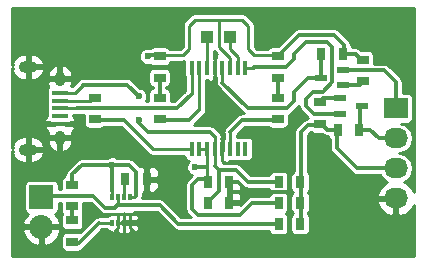
<source format=gbr>
G04 #@! TF.FileFunction,Copper,L1,Top,Signal*
%FSLAX46Y46*%
G04 Gerber Fmt 4.6, Leading zero omitted, Abs format (unit mm)*
G04 Created by KiCad (PCBNEW 4.0.2+dfsg1-2~bpo8+1-stable) date Sun 28 Aug 2016 03:00:28 PM EEST*
%MOMM*%
G01*
G04 APERTURE LIST*
%ADD10C,0.100000*%
%ADD11R,0.400000X1.200000*%
%ADD12R,0.300000X0.600000*%
%ADD13R,0.800000X1.000000*%
%ADD14R,2.032000X2.032000*%
%ADD15O,2.032000X2.032000*%
%ADD16R,1.350000X0.400000*%
%ADD17O,0.950000X1.250000*%
%ADD18O,1.550000X1.000000*%
%ADD19R,1.000760X0.599440*%
%ADD20R,1.000000X0.800000*%
%ADD21R,2.032000X1.727200*%
%ADD22O,2.032000X1.727200*%
%ADD23R,1.000000X1.000000*%
%ADD24C,0.600000*%
%ADD25C,0.300000*%
%ADD26C,0.250000*%
%ADD27C,0.254000*%
G04 APERTURE END LIST*
D10*
D11*
X139475000Y-115150000D03*
X138825000Y-115150000D03*
X138175000Y-115150000D03*
X137525000Y-115150000D03*
X136875000Y-115150000D03*
X136225000Y-115150000D03*
X135575000Y-115150000D03*
X134925000Y-115150000D03*
X134925000Y-122050000D03*
X135575000Y-122050000D03*
X136225000Y-122050000D03*
X136875000Y-122050000D03*
X137525000Y-122050000D03*
X138175000Y-122050000D03*
X138825000Y-122050000D03*
X139475000Y-122050000D03*
D12*
X129700000Y-126100000D03*
X129200000Y-126100000D03*
X128700000Y-126100000D03*
X128200000Y-126100000D03*
X128200000Y-128300000D03*
X128700000Y-128300000D03*
X129200000Y-128300000D03*
X129700000Y-128300000D03*
D13*
X136300000Y-126600000D03*
X138100000Y-126600000D03*
D14*
X122200000Y-126100000D03*
D15*
X122200000Y-128640000D03*
D16*
X123762540Y-117299100D03*
X123762540Y-117949100D03*
X123762540Y-118599100D03*
X123762540Y-119249100D03*
X123762540Y-119899100D03*
D17*
X123762540Y-116099100D03*
X123762540Y-121099100D03*
D18*
X121062540Y-115099100D03*
X121062540Y-122099100D03*
D19*
X147749960Y-115349760D03*
X147749960Y-116650240D03*
X145850040Y-116000000D03*
D13*
X129300000Y-124600000D03*
X131100000Y-124600000D03*
D20*
X149400000Y-116300000D03*
X149400000Y-114500000D03*
D13*
X147700000Y-114000000D03*
X145900000Y-114000000D03*
D19*
X147450040Y-119050240D03*
X147450040Y-117749760D03*
X149349960Y-118400000D03*
D20*
X145800000Y-118100000D03*
X145800000Y-119900000D03*
D13*
X147300000Y-120400000D03*
X149100000Y-120400000D03*
X144100000Y-124850000D03*
X142300000Y-124850000D03*
X144100000Y-128400000D03*
X142300000Y-128400000D03*
X144100000Y-126600000D03*
X142300000Y-126600000D03*
X138100000Y-124850000D03*
X136300000Y-124850000D03*
D20*
X124800000Y-129900000D03*
X124800000Y-128100000D03*
X142200000Y-119500000D03*
X142200000Y-117700000D03*
X132200000Y-119500000D03*
X132200000Y-117700000D03*
D21*
X152200000Y-118600000D03*
D22*
X152200000Y-121140000D03*
X152200000Y-123680000D03*
X152200000Y-126220000D03*
D23*
X138200000Y-112600000D03*
X136200000Y-112600000D03*
D20*
X124800000Y-126900000D03*
X124800000Y-125100000D03*
X142200000Y-116000000D03*
X142200000Y-114200000D03*
X132200000Y-116000000D03*
X132200000Y-114200000D03*
X126700000Y-117700000D03*
X126700000Y-119500000D03*
D24*
X128200000Y-123400000D03*
X130450000Y-117600000D03*
X130450000Y-119600000D03*
X135200000Y-123600000D03*
X131200000Y-114200000D03*
D25*
X124800000Y-125000000D02*
X124800000Y-124200000D01*
X125600000Y-123400000D02*
X128200000Y-123400000D01*
X124800000Y-124200000D02*
X125600000Y-123400000D01*
D26*
X129700000Y-126100000D02*
X130100000Y-126100000D01*
D25*
X129600000Y-123400000D02*
X128200000Y-123400000D01*
X130200000Y-124000000D02*
X129600000Y-123400000D01*
X130200000Y-126000000D02*
X130200000Y-124000000D01*
X130100000Y-126100000D02*
X130200000Y-126000000D01*
D26*
X128200000Y-126100000D02*
X128200000Y-125600000D01*
D25*
X128200000Y-125600000D02*
X128200000Y-123400000D01*
X137200000Y-123850000D02*
X138700000Y-123850000D01*
X139700000Y-124850000D02*
X142200000Y-124850000D01*
X138700000Y-123850000D02*
X139700000Y-124850000D01*
D26*
X136875000Y-122050000D02*
X136875000Y-123525000D01*
D25*
X137200000Y-125600000D02*
X136200000Y-126600000D01*
X137200000Y-123850000D02*
X137200000Y-125600000D01*
X136875000Y-123525000D02*
X137200000Y-123850000D01*
X130450000Y-119600000D02*
X130450000Y-119850000D01*
X130450000Y-119850000D02*
X131200000Y-120600000D01*
D26*
X136875000Y-122050000D02*
X136875000Y-121025000D01*
X125000900Y-117299100D02*
X123762540Y-117299100D01*
X125700000Y-116600000D02*
X125000900Y-117299100D01*
D25*
X129450000Y-116600000D02*
X125700000Y-116600000D01*
X130450000Y-117600000D02*
X129450000Y-116600000D01*
X136450000Y-120600000D02*
X131200000Y-120600000D01*
X136875000Y-121025000D02*
X136450000Y-120600000D01*
D26*
X123762540Y-119899100D02*
X125399100Y-119899100D01*
X125399100Y-119899100D02*
X125450000Y-119950000D01*
X123762540Y-119899100D02*
X122224100Y-119899100D01*
X122224100Y-119899100D02*
X122125000Y-119800000D01*
X129700000Y-128300000D02*
X129700000Y-128775000D01*
X129700000Y-128775000D02*
X130175000Y-129250000D01*
X129200000Y-128300000D02*
X129200000Y-129225000D01*
X128700000Y-128300000D02*
X128700000Y-128725000D01*
X128700000Y-128725000D02*
X128350000Y-129075000D01*
X129200000Y-128300000D02*
X129700000Y-128300000D01*
X128700000Y-128300000D02*
X129200000Y-128300000D01*
X129675000Y-127550000D02*
X130525000Y-127550000D01*
X130525000Y-127550000D02*
X130575000Y-127500000D01*
X129200000Y-127550000D02*
X129675000Y-127550000D01*
X129700000Y-127525000D02*
X129700000Y-128300000D01*
X129675000Y-127550000D02*
X129700000Y-127525000D01*
X128700000Y-127550000D02*
X129200000Y-127550000D01*
X129200000Y-127550000D02*
X129150000Y-127550000D01*
X129150000Y-127550000D02*
X129200000Y-127500000D01*
X129200000Y-127500000D02*
X129200000Y-128300000D01*
X128700000Y-127550000D02*
X127175000Y-127550000D01*
X128700000Y-128300000D02*
X128700000Y-127550000D01*
X127175000Y-127550000D02*
X127175000Y-127525000D01*
D25*
X138200000Y-124850000D02*
X138875000Y-124850000D01*
X139525000Y-125500000D02*
X139525000Y-125725000D01*
X138875000Y-124850000D02*
X139525000Y-125500000D01*
X143200000Y-129150000D02*
X143200000Y-129550000D01*
X143200000Y-129550000D02*
X143150000Y-129600000D01*
X143200000Y-125725000D02*
X139525000Y-125725000D01*
X139525000Y-125725000D02*
X138350000Y-125725000D01*
X138350000Y-125725000D02*
X138200000Y-125575000D01*
X138200000Y-125575000D02*
X138200000Y-125750000D01*
X138200000Y-126600000D02*
X138200000Y-125750000D01*
X138200000Y-125750000D02*
X138200000Y-124850000D01*
X139400000Y-123550000D02*
X142750000Y-123550000D01*
D26*
X137525000Y-123099998D02*
X137675002Y-123250000D01*
X137675002Y-123250000D02*
X139100000Y-123250000D01*
X139100000Y-123250000D02*
X139400000Y-123550000D01*
X137525000Y-122050000D02*
X137525000Y-123099998D01*
D25*
X143200000Y-124000000D02*
X143200000Y-125725000D01*
X143200000Y-125725000D02*
X143200000Y-129150000D01*
X143200000Y-129150000D02*
X143200000Y-129200000D01*
X142750000Y-123550000D02*
X143200000Y-124000000D01*
D26*
X137525000Y-122050000D02*
X137525000Y-119175000D01*
X136875000Y-118525000D02*
X136875000Y-115150000D01*
X137525000Y-119175000D02*
X136875000Y-118525000D01*
D25*
X152200000Y-121140000D02*
X150740000Y-121140000D01*
X150000000Y-120400000D02*
X149200000Y-120400000D01*
X150740000Y-121140000D02*
X150000000Y-120400000D01*
X149200000Y-120400000D02*
X149200000Y-118549960D01*
X149200000Y-118549960D02*
X149349960Y-118400000D01*
X147749960Y-115349760D02*
X148699760Y-115349760D01*
X152200000Y-116400000D02*
X152200000Y-118600000D01*
X151200000Y-115400000D02*
X152200000Y-116400000D01*
X148750000Y-115400000D02*
X151200000Y-115400000D01*
X148699760Y-115349760D02*
X148750000Y-115400000D01*
D26*
X128200000Y-128300000D02*
X127100000Y-128300000D01*
D25*
X125400000Y-130000000D02*
X124800000Y-130000000D01*
X125800000Y-129600000D02*
X125400000Y-130000000D01*
X127100000Y-128300000D02*
X125800000Y-129600000D01*
D26*
X129200000Y-126100000D02*
X129200000Y-124600000D01*
D25*
X139400000Y-128400000D02*
X142200000Y-128400000D01*
X132200000Y-126800000D02*
X128600000Y-126800000D01*
X133800000Y-128400000D02*
X132200000Y-126800000D01*
X139400000Y-128400000D02*
X133800000Y-128400000D01*
D26*
X128700000Y-126100000D02*
X128700000Y-126700000D01*
D25*
X126600000Y-126000000D02*
X122300000Y-126000000D01*
X127600000Y-127000000D02*
X126600000Y-126000000D01*
X128400000Y-127000000D02*
X127600000Y-127000000D01*
X128700000Y-126700000D02*
X128600000Y-126800000D01*
X128600000Y-126800000D02*
X128400000Y-127000000D01*
X122300000Y-126000000D02*
X122200000Y-126100000D01*
D26*
X134925000Y-122050000D02*
X131650000Y-122050000D01*
D25*
X129200000Y-119600000D02*
X126700000Y-119600000D01*
X131650000Y-122050000D02*
X129200000Y-119600000D01*
D26*
X125200000Y-118600900D02*
X123764340Y-118600900D01*
X123764340Y-118600900D02*
X123762540Y-118599100D01*
X134925000Y-115150000D02*
X134925000Y-117375000D01*
D25*
X133700000Y-118600000D02*
X125200000Y-118600900D01*
X125200000Y-118600900D02*
X125700000Y-118600000D01*
X134925000Y-117375000D02*
X133700000Y-118600000D01*
X138950000Y-127600000D02*
X139000000Y-127600000D01*
X140000000Y-126600000D02*
X142200000Y-126600000D01*
X139000000Y-127600000D02*
X140000000Y-126600000D01*
X142200000Y-114100000D02*
X142300000Y-114100000D01*
X142300000Y-114100000D02*
X144000000Y-112400000D01*
X147800000Y-113200000D02*
X147800000Y-114000000D01*
X147000000Y-112400000D02*
X147800000Y-113200000D01*
X144000000Y-112400000D02*
X147000000Y-112400000D01*
X149400000Y-114400000D02*
X149200000Y-114400000D01*
X149200000Y-114400000D02*
X148800000Y-114000000D01*
X148800000Y-114000000D02*
X147800000Y-114000000D01*
X132200000Y-114100000D02*
X131300000Y-114100000D01*
X135200000Y-123600000D02*
X136200000Y-123600000D01*
X131300000Y-114100000D02*
X131200000Y-114200000D01*
X135450000Y-124600000D02*
X136200000Y-124600000D01*
X134950000Y-125100000D02*
X135450000Y-124600000D01*
X134950000Y-127100000D02*
X134950000Y-125100000D01*
X135450000Y-127600000D02*
X134950000Y-127100000D01*
X138950000Y-127600000D02*
X135450000Y-127600000D01*
D26*
X136200000Y-124600000D02*
X136200000Y-123600000D01*
X136200000Y-123600000D02*
X136200000Y-122075000D01*
X135575000Y-122050000D02*
X136225000Y-122050000D01*
X137200000Y-111100000D02*
X139200000Y-111100000D01*
X140200000Y-114100000D02*
X142200000Y-114100000D01*
X139700000Y-113600000D02*
X140200000Y-114100000D01*
X139700000Y-111600000D02*
X139700000Y-113600000D01*
X139200000Y-111100000D02*
X139700000Y-111600000D01*
X138175000Y-115150000D02*
X138175000Y-114352820D01*
X134200000Y-114100000D02*
X134700000Y-113600000D01*
X134700000Y-113600000D02*
X134700000Y-111600000D01*
X134700000Y-111600000D02*
X135200000Y-111100000D01*
X135200000Y-111100000D02*
X137200000Y-111100000D01*
X134200000Y-114100000D02*
X132200000Y-114100000D01*
X137200000Y-113377820D02*
X137200000Y-111100000D01*
X138175000Y-114352820D02*
X137200000Y-113377820D01*
X136200000Y-122075000D02*
X136225000Y-122050000D01*
D25*
X145850040Y-116000000D02*
X144800000Y-116000000D01*
X143600000Y-118000000D02*
X143000000Y-118600000D01*
X143600000Y-117200000D02*
X143600000Y-118000000D01*
X144800000Y-116000000D02*
X143600000Y-117200000D01*
D26*
X137525000Y-115150000D02*
X137525000Y-116425000D01*
D25*
X137525000Y-116425000D02*
X139700000Y-118600000D01*
X139700000Y-118600000D02*
X143000000Y-118600000D01*
X145850040Y-114050040D02*
X145800000Y-114000000D01*
X145850040Y-116000000D02*
X145850040Y-114050040D01*
X147749960Y-116650240D02*
X149149760Y-116650240D01*
X149149760Y-116650240D02*
X149400000Y-116400000D01*
X140200000Y-115100000D02*
X142900000Y-115100000D01*
D26*
X140150000Y-115150000D02*
X140200000Y-115100000D01*
X139475000Y-115150000D02*
X140150000Y-115150000D01*
D25*
X145250240Y-119050240D02*
X147450040Y-119050240D01*
X144600000Y-118400000D02*
X145250240Y-119050240D01*
X144600000Y-117800000D02*
X144600000Y-118400000D01*
X145200000Y-117200000D02*
X144600000Y-117800000D01*
X146000000Y-117200000D02*
X145200000Y-117200000D01*
X146800000Y-116400000D02*
X146000000Y-117200000D01*
X146800000Y-113400000D02*
X146800000Y-116400000D01*
X146400000Y-113000000D02*
X146800000Y-113400000D01*
X144600000Y-113000000D02*
X146400000Y-113000000D01*
X143600000Y-114000000D02*
X144600000Y-113000000D01*
X143600000Y-114400000D02*
X143600000Y-114000000D01*
X142900000Y-115100000D02*
X143600000Y-114400000D01*
X147450040Y-117749760D02*
X146050240Y-117749760D01*
X146050240Y-117749760D02*
X145800000Y-118000000D01*
X152200000Y-123680000D02*
X148880000Y-123680000D01*
X147200000Y-122000000D02*
X147200000Y-120400000D01*
X148880000Y-123680000D02*
X147200000Y-122000000D01*
X144200000Y-124850000D02*
X144200000Y-120600000D01*
X144800000Y-120000000D02*
X145800000Y-120000000D01*
X144200000Y-120600000D02*
X144800000Y-120000000D01*
X145800000Y-120000000D02*
X146000000Y-120000000D01*
X146000000Y-120000000D02*
X146400000Y-120400000D01*
X146400000Y-120400000D02*
X147200000Y-120400000D01*
X144200000Y-124850000D02*
X144200000Y-126600000D01*
X144200000Y-128400000D02*
X144200000Y-126600000D01*
X124800000Y-128000000D02*
X124800000Y-127000000D01*
X142200000Y-119600000D02*
X139200000Y-119600000D01*
D26*
X138175000Y-120625000D02*
X138175000Y-122050000D01*
D25*
X139200000Y-119600000D02*
X138175000Y-120625000D01*
X142200000Y-117600000D02*
X142200000Y-116100000D01*
D26*
X135575000Y-115150000D02*
X135575000Y-118725000D01*
D25*
X134700000Y-119600000D02*
X132200000Y-119600000D01*
X135575000Y-118725000D02*
X134700000Y-119600000D01*
X132200000Y-117600000D02*
X132200000Y-116100000D01*
D26*
X138825000Y-115150000D02*
X138825000Y-114225000D01*
X138200000Y-113600000D02*
X138200000Y-112600000D01*
X138825000Y-114225000D02*
X138200000Y-113600000D01*
X136225000Y-115150000D02*
X136225000Y-112625000D01*
X136225000Y-112625000D02*
X136200000Y-112600000D01*
X123762540Y-117949100D02*
X126350900Y-117949100D01*
X126350900Y-117949100D02*
X126700000Y-117600000D01*
D27*
G36*
X153723000Y-125675585D02*
X153550732Y-125317964D01*
X153114320Y-124928046D01*
X152902243Y-124853862D01*
X153293262Y-124592592D01*
X153573029Y-124173891D01*
X153671270Y-123680000D01*
X153573029Y-123186109D01*
X153293262Y-122767408D01*
X152874561Y-122487641D01*
X152484233Y-122410000D01*
X152874561Y-122332359D01*
X153293262Y-122052592D01*
X153573029Y-121633891D01*
X153671270Y-121140000D01*
X153573029Y-120646109D01*
X153293262Y-120227408D01*
X152874561Y-119947641D01*
X152629850Y-119898965D01*
X153216000Y-119898965D01*
X153374237Y-119869191D01*
X153519567Y-119775673D01*
X153617064Y-119632981D01*
X153651365Y-119463600D01*
X153651365Y-117736400D01*
X153621591Y-117578163D01*
X153528073Y-117432833D01*
X153385381Y-117335336D01*
X153216000Y-117301035D01*
X152777000Y-117301035D01*
X152777000Y-116400005D01*
X152777001Y-116400000D01*
X152733078Y-116179192D01*
X152654822Y-116062073D01*
X152608001Y-115991999D01*
X152607998Y-115991997D01*
X151608001Y-114991999D01*
X151420808Y-114866922D01*
X151200000Y-114822999D01*
X151199995Y-114823000D01*
X150335365Y-114823000D01*
X150335365Y-114100000D01*
X150305591Y-113941763D01*
X150212073Y-113796433D01*
X150069381Y-113698936D01*
X149900000Y-113664635D01*
X149280637Y-113664635D01*
X149208001Y-113591999D01*
X149020808Y-113466922D01*
X148800000Y-113422999D01*
X148799995Y-113423000D01*
X148520877Y-113423000D01*
X148505591Y-113341763D01*
X148412073Y-113196433D01*
X148370663Y-113168139D01*
X148333078Y-112979192D01*
X148208001Y-112791999D01*
X147408001Y-111991999D01*
X147220808Y-111866922D01*
X147000000Y-111822999D01*
X146999995Y-111823000D01*
X144000005Y-111823000D01*
X144000000Y-111822999D01*
X143779192Y-111866922D01*
X143591999Y-111991999D01*
X142219363Y-113364635D01*
X141700000Y-113364635D01*
X141541763Y-113394409D01*
X141396433Y-113487927D01*
X141355387Y-113548000D01*
X140428646Y-113548000D01*
X140252000Y-113371354D01*
X140252000Y-111600000D01*
X140209982Y-111388759D01*
X140209982Y-111388758D01*
X140090323Y-111209677D01*
X139590323Y-110709677D01*
X139411242Y-110590018D01*
X139200000Y-110548000D01*
X135200000Y-110548000D01*
X134988758Y-110590018D01*
X134809677Y-110709677D01*
X134309677Y-111209677D01*
X134190018Y-111388758D01*
X134190018Y-111388759D01*
X134148000Y-111600000D01*
X134148000Y-113371354D01*
X133971354Y-113548000D01*
X133045256Y-113548000D01*
X133012073Y-113496433D01*
X132869381Y-113398936D01*
X132700000Y-113364635D01*
X131700000Y-113364635D01*
X131541763Y-113394409D01*
X131396433Y-113487927D01*
X131392997Y-113492955D01*
X131345244Y-113473126D01*
X131056025Y-113472874D01*
X130788725Y-113583320D01*
X130584039Y-113787650D01*
X130473126Y-114054756D01*
X130472874Y-114343975D01*
X130583320Y-114611275D01*
X130787650Y-114815961D01*
X131054756Y-114926874D01*
X131343975Y-114927126D01*
X131392851Y-114906931D01*
X131530619Y-115001064D01*
X131700000Y-115035365D01*
X132700000Y-115035365D01*
X132858237Y-115005591D01*
X133003567Y-114912073D01*
X133101064Y-114769381D01*
X133124835Y-114652000D01*
X134200000Y-114652000D01*
X134289635Y-114634171D01*
X134289635Y-115750000D01*
X134319409Y-115908237D01*
X134373000Y-115991519D01*
X134373000Y-117110999D01*
X133460973Y-118023025D01*
X133135365Y-118023060D01*
X133135365Y-117300000D01*
X133105591Y-117141763D01*
X133012073Y-116996433D01*
X132869381Y-116898936D01*
X132777000Y-116880228D01*
X132777000Y-116820877D01*
X132858237Y-116805591D01*
X133003567Y-116712073D01*
X133101064Y-116569381D01*
X133135365Y-116400000D01*
X133135365Y-115600000D01*
X133105591Y-115441763D01*
X133012073Y-115296433D01*
X132869381Y-115198936D01*
X132700000Y-115164635D01*
X131700000Y-115164635D01*
X131541763Y-115194409D01*
X131396433Y-115287927D01*
X131298936Y-115430619D01*
X131264635Y-115600000D01*
X131264635Y-116400000D01*
X131294409Y-116558237D01*
X131387927Y-116703567D01*
X131530619Y-116801064D01*
X131623000Y-116819772D01*
X131623000Y-116879123D01*
X131541763Y-116894409D01*
X131396433Y-116987927D01*
X131298936Y-117130619D01*
X131264635Y-117300000D01*
X131264635Y-118023258D01*
X131055012Y-118023280D01*
X131065961Y-118012350D01*
X131176874Y-117745244D01*
X131177126Y-117456025D01*
X131066680Y-117188725D01*
X130862350Y-116984039D01*
X130595244Y-116873126D01*
X130539078Y-116873077D01*
X129858001Y-116191999D01*
X129670808Y-116066922D01*
X129450000Y-116022999D01*
X129449995Y-116023000D01*
X125700000Y-116023000D01*
X125479192Y-116066922D01*
X125291999Y-116191999D01*
X125220806Y-116298548D01*
X124772254Y-116747100D01*
X124743897Y-116747100D01*
X124863769Y-116400231D01*
X124715103Y-116226100D01*
X123889540Y-116226100D01*
X123889540Y-116246100D01*
X123635540Y-116246100D01*
X123635540Y-116226100D01*
X122809977Y-116226100D01*
X122661311Y-116400231D01*
X122792979Y-116781232D01*
X122783973Y-116787027D01*
X122686476Y-116929719D01*
X122652175Y-117099100D01*
X122652175Y-117499100D01*
X122676559Y-117628691D01*
X122652175Y-117749100D01*
X122652175Y-118149100D01*
X122676559Y-118278691D01*
X122652175Y-118399100D01*
X122652175Y-118799100D01*
X122676559Y-118928691D01*
X122652175Y-119049100D01*
X122652175Y-119236440D01*
X122549213Y-119339401D01*
X122452540Y-119572790D01*
X122452540Y-119640350D01*
X122611290Y-119799100D01*
X122843424Y-119799100D01*
X122918159Y-119850164D01*
X123087540Y-119884465D01*
X123455173Y-119884465D01*
X123221878Y-119999100D01*
X122611290Y-119999100D01*
X122452540Y-120157850D01*
X122452540Y-120225410D01*
X122549213Y-120458799D01*
X122719630Y-120629215D01*
X122661311Y-120797969D01*
X122809977Y-120972100D01*
X123635540Y-120972100D01*
X123635540Y-120952100D01*
X123889540Y-120952100D01*
X123889540Y-120972100D01*
X124715103Y-120972100D01*
X124863769Y-120797969D01*
X124805450Y-120629215D01*
X124975867Y-120458799D01*
X125072540Y-120225410D01*
X125072540Y-120157850D01*
X124913790Y-119999100D01*
X124303202Y-119999100D01*
X124069907Y-119884465D01*
X124437540Y-119884465D01*
X124595777Y-119854691D01*
X124682167Y-119799100D01*
X124913790Y-119799100D01*
X125072540Y-119640350D01*
X125072540Y-119572790D01*
X124975867Y-119339401D01*
X124872905Y-119236440D01*
X124872905Y-119152900D01*
X125074168Y-119152900D01*
X125090269Y-119156073D01*
X125200061Y-119177900D01*
X125764635Y-119177840D01*
X125764635Y-119900000D01*
X125794409Y-120058237D01*
X125887927Y-120203567D01*
X126030619Y-120301064D01*
X126200000Y-120335365D01*
X127200000Y-120335365D01*
X127358237Y-120305591D01*
X127503567Y-120212073D01*
X127527531Y-120177000D01*
X128960998Y-120177000D01*
X131241999Y-122458000D01*
X131429192Y-122583078D01*
X131650000Y-122627000D01*
X131775682Y-122602000D01*
X134289635Y-122602000D01*
X134289635Y-122650000D01*
X134319409Y-122808237D01*
X134412927Y-122953567D01*
X134555619Y-123051064D01*
X134692995Y-123078884D01*
X134584039Y-123187650D01*
X134473126Y-123454756D01*
X134472874Y-123743975D01*
X134583320Y-124011275D01*
X134787650Y-124215961D01*
X134950441Y-124283558D01*
X134541999Y-124691999D01*
X134416922Y-124879192D01*
X134372999Y-125100000D01*
X134373000Y-125100005D01*
X134373000Y-127099995D01*
X134372999Y-127100000D01*
X134416922Y-127320808D01*
X134541999Y-127508001D01*
X134856999Y-127823000D01*
X134039001Y-127823000D01*
X132608001Y-126391999D01*
X132420808Y-126266922D01*
X132200000Y-126222999D01*
X132199995Y-126223000D01*
X130731613Y-126223000D01*
X130733078Y-126220808D01*
X130777000Y-126000000D01*
X130777000Y-125735000D01*
X130814250Y-125735000D01*
X130973000Y-125576250D01*
X130973000Y-124727000D01*
X131227000Y-124727000D01*
X131227000Y-125576250D01*
X131385750Y-125735000D01*
X131626309Y-125735000D01*
X131859698Y-125638327D01*
X132038327Y-125459699D01*
X132135000Y-125226310D01*
X132135000Y-124885750D01*
X131976250Y-124727000D01*
X131227000Y-124727000D01*
X130973000Y-124727000D01*
X130953000Y-124727000D01*
X130953000Y-124473000D01*
X130973000Y-124473000D01*
X130973000Y-123623750D01*
X131227000Y-123623750D01*
X131227000Y-124473000D01*
X131976250Y-124473000D01*
X132135000Y-124314250D01*
X132135000Y-123973690D01*
X132038327Y-123740301D01*
X131859698Y-123561673D01*
X131626309Y-123465000D01*
X131385750Y-123465000D01*
X131227000Y-123623750D01*
X130973000Y-123623750D01*
X130814250Y-123465000D01*
X130573691Y-123465000D01*
X130508150Y-123492148D01*
X130008001Y-122991999D01*
X129820808Y-122866922D01*
X129600000Y-122822999D01*
X129599995Y-122823000D01*
X128651243Y-122823000D01*
X128612350Y-122784039D01*
X128345244Y-122673126D01*
X128056025Y-122672874D01*
X127788725Y-122783320D01*
X127748976Y-122823000D01*
X125600005Y-122823000D01*
X125600000Y-122822999D01*
X125379192Y-122866922D01*
X125191999Y-122991999D01*
X124391999Y-123791999D01*
X124266922Y-123979192D01*
X124222999Y-124200000D01*
X124223000Y-124200005D01*
X124223000Y-124279123D01*
X124141763Y-124294409D01*
X123996433Y-124387927D01*
X123898936Y-124530619D01*
X123864635Y-124700000D01*
X123864635Y-125423000D01*
X123651365Y-125423000D01*
X123651365Y-125084000D01*
X123621591Y-124925763D01*
X123528073Y-124780433D01*
X123385381Y-124682936D01*
X123216000Y-124648635D01*
X121184000Y-124648635D01*
X121025763Y-124678409D01*
X120880433Y-124771927D01*
X120782936Y-124914619D01*
X120748635Y-125084000D01*
X120748635Y-127116000D01*
X120778409Y-127274237D01*
X120871927Y-127419567D01*
X121014619Y-127517064D01*
X121030057Y-127520190D01*
X120793615Y-127775182D01*
X120594025Y-128257056D01*
X120713164Y-128513000D01*
X122073000Y-128513000D01*
X122073000Y-128493000D01*
X122327000Y-128493000D01*
X122327000Y-128513000D01*
X123686836Y-128513000D01*
X123805975Y-128257056D01*
X123606385Y-127775182D01*
X123371687Y-127522071D01*
X123374237Y-127521591D01*
X123519567Y-127428073D01*
X123617064Y-127285381D01*
X123651365Y-127116000D01*
X123651365Y-126577000D01*
X123864635Y-126577000D01*
X123864635Y-127300000D01*
X123894409Y-127458237D01*
X123920591Y-127498925D01*
X123898936Y-127530619D01*
X123864635Y-127700000D01*
X123864635Y-128500000D01*
X123894409Y-128658237D01*
X123987927Y-128803567D01*
X124130619Y-128901064D01*
X124300000Y-128935365D01*
X125300000Y-128935365D01*
X125458237Y-128905591D01*
X125603567Y-128812073D01*
X125701064Y-128669381D01*
X125735365Y-128500000D01*
X125735365Y-127700000D01*
X125705591Y-127541763D01*
X125679409Y-127501075D01*
X125701064Y-127469381D01*
X125735365Y-127300000D01*
X125735365Y-126577000D01*
X126360998Y-126577000D01*
X127191997Y-127407998D01*
X127191999Y-127408001D01*
X127355225Y-127517064D01*
X127379192Y-127533078D01*
X127600000Y-127577001D01*
X127600005Y-127577000D01*
X127984285Y-127577000D01*
X127891763Y-127594409D01*
X127746433Y-127687927D01*
X127705387Y-127748000D01*
X127225684Y-127748000D01*
X127100000Y-127722999D01*
X126879192Y-127766922D01*
X126692000Y-127891999D01*
X125478697Y-129105301D01*
X125469381Y-129098936D01*
X125300000Y-129064635D01*
X124300000Y-129064635D01*
X124141763Y-129094409D01*
X123996433Y-129187927D01*
X123898936Y-129330619D01*
X123864635Y-129500000D01*
X123864635Y-130300000D01*
X123894409Y-130458237D01*
X123987927Y-130603567D01*
X124130619Y-130701064D01*
X124300000Y-130735365D01*
X125300000Y-130735365D01*
X125458237Y-130705591D01*
X125603567Y-130612073D01*
X125688401Y-130487915D01*
X125808001Y-130408001D01*
X126207998Y-130008003D01*
X126208001Y-130008001D01*
X127364001Y-128852000D01*
X127704744Y-128852000D01*
X127737927Y-128903567D01*
X127880619Y-129001064D01*
X128050000Y-129035365D01*
X128087339Y-129035365D01*
X128190302Y-129138327D01*
X128423691Y-129235000D01*
X128466250Y-129235000D01*
X128625000Y-129076250D01*
X128625000Y-129073025D01*
X128690302Y-129138327D01*
X128923691Y-129235000D01*
X128976309Y-129235000D01*
X129200000Y-129142344D01*
X129423691Y-129235000D01*
X129476309Y-129235000D01*
X129709698Y-129138327D01*
X129775000Y-129073025D01*
X129775000Y-129076250D01*
X129933750Y-129235000D01*
X129976309Y-129235000D01*
X130209698Y-129138327D01*
X130388327Y-128959699D01*
X130485000Y-128726310D01*
X130485000Y-128585750D01*
X130326250Y-128427000D01*
X129053000Y-128427000D01*
X129053000Y-128173000D01*
X130326250Y-128173000D01*
X130485000Y-128014250D01*
X130485000Y-127873690D01*
X130388327Y-127640301D01*
X130209698Y-127461673D01*
X130005280Y-127377000D01*
X131960998Y-127377000D01*
X133391997Y-128807998D01*
X133391999Y-128808001D01*
X133579192Y-128933078D01*
X133800000Y-128977001D01*
X133800005Y-128977000D01*
X141479123Y-128977000D01*
X141494409Y-129058237D01*
X141587927Y-129203567D01*
X141730619Y-129301064D01*
X141900000Y-129335365D01*
X142700000Y-129335365D01*
X142858237Y-129305591D01*
X143003567Y-129212073D01*
X143101064Y-129069381D01*
X143135365Y-128900000D01*
X143135365Y-127900000D01*
X143105591Y-127741763D01*
X143012073Y-127596433D01*
X142869381Y-127498936D01*
X142868771Y-127498812D01*
X143003567Y-127412073D01*
X143101064Y-127269381D01*
X143135365Y-127100000D01*
X143135365Y-126100000D01*
X143105591Y-125941763D01*
X143012073Y-125796433D01*
X142906678Y-125724420D01*
X143003567Y-125662073D01*
X143101064Y-125519381D01*
X143135365Y-125350000D01*
X143135365Y-124350000D01*
X143105591Y-124191763D01*
X143012073Y-124046433D01*
X142869381Y-123948936D01*
X142700000Y-123914635D01*
X141900000Y-123914635D01*
X141741763Y-123944409D01*
X141596433Y-124037927D01*
X141498936Y-124180619D01*
X141480228Y-124273000D01*
X139939001Y-124273000D01*
X139108001Y-123441999D01*
X138920808Y-123316922D01*
X138700000Y-123272999D01*
X138699995Y-123273000D01*
X137880281Y-123273000D01*
X138084699Y-123188327D01*
X138187660Y-123085365D01*
X138375000Y-123085365D01*
X138504591Y-123060981D01*
X138625000Y-123085365D01*
X139025000Y-123085365D01*
X139154591Y-123060981D01*
X139275000Y-123085365D01*
X139675000Y-123085365D01*
X139833237Y-123055591D01*
X139978567Y-122962073D01*
X140076064Y-122819381D01*
X140110365Y-122650000D01*
X140110365Y-121450000D01*
X140080591Y-121291763D01*
X139987073Y-121146433D01*
X139844381Y-121048936D01*
X139675000Y-121014635D01*
X139275000Y-121014635D01*
X139145409Y-121039019D01*
X139025000Y-121014635D01*
X138727000Y-121014635D01*
X138727000Y-120889002D01*
X139439002Y-120177000D01*
X141370831Y-120177000D01*
X141387927Y-120203567D01*
X141530619Y-120301064D01*
X141700000Y-120335365D01*
X142700000Y-120335365D01*
X142858237Y-120305591D01*
X143003567Y-120212073D01*
X143101064Y-120069381D01*
X143135365Y-119900000D01*
X143135365Y-119150074D01*
X143220808Y-119133078D01*
X143408001Y-119008001D01*
X144008001Y-118408001D01*
X144023000Y-118385553D01*
X144023000Y-118399995D01*
X144022999Y-118400000D01*
X144066922Y-118620808D01*
X144191999Y-118808001D01*
X144806999Y-119423000D01*
X144800000Y-119423000D01*
X144579192Y-119466922D01*
X144391999Y-119591999D01*
X143791999Y-120191999D01*
X143666922Y-120379192D01*
X143622999Y-120600000D01*
X143623000Y-120600005D01*
X143623000Y-123929123D01*
X143541763Y-123944409D01*
X143396433Y-124037927D01*
X143298936Y-124180619D01*
X143264635Y-124350000D01*
X143264635Y-125350000D01*
X143294409Y-125508237D01*
X143387927Y-125653567D01*
X143493322Y-125725580D01*
X143396433Y-125787927D01*
X143298936Y-125930619D01*
X143264635Y-126100000D01*
X143264635Y-127100000D01*
X143294409Y-127258237D01*
X143387927Y-127403567D01*
X143530619Y-127501064D01*
X143531229Y-127501188D01*
X143396433Y-127587927D01*
X143298936Y-127730619D01*
X143264635Y-127900000D01*
X143264635Y-128900000D01*
X143294409Y-129058237D01*
X143387927Y-129203567D01*
X143530619Y-129301064D01*
X143700000Y-129335365D01*
X144500000Y-129335365D01*
X144658237Y-129305591D01*
X144803567Y-129212073D01*
X144901064Y-129069381D01*
X144935365Y-128900000D01*
X144935365Y-127900000D01*
X144905591Y-127741763D01*
X144812073Y-127596433D01*
X144777000Y-127572469D01*
X144777000Y-127429169D01*
X144803567Y-127412073D01*
X144901064Y-127269381D01*
X144935365Y-127100000D01*
X144935365Y-126579026D01*
X150592642Y-126579026D01*
X150595291Y-126594791D01*
X150849268Y-127122036D01*
X151285680Y-127511954D01*
X151838087Y-127705184D01*
X152073000Y-127560924D01*
X152073000Y-126347000D01*
X150713783Y-126347000D01*
X150592642Y-126579026D01*
X144935365Y-126579026D01*
X144935365Y-126100000D01*
X144905591Y-125941763D01*
X144812073Y-125796433D01*
X144777000Y-125772469D01*
X144777000Y-125679169D01*
X144803567Y-125662073D01*
X144901064Y-125519381D01*
X144935365Y-125350000D01*
X144935365Y-124350000D01*
X144905591Y-124191763D01*
X144812073Y-124046433D01*
X144777000Y-124022469D01*
X144777000Y-120839002D01*
X145002487Y-120613515D01*
X145130619Y-120701064D01*
X145300000Y-120735365D01*
X145919364Y-120735365D01*
X145991997Y-120807998D01*
X145991999Y-120808001D01*
X146104213Y-120882979D01*
X146179191Y-120933078D01*
X146400000Y-120977000D01*
X146479123Y-120977000D01*
X146494409Y-121058237D01*
X146587927Y-121203567D01*
X146623000Y-121227531D01*
X146623000Y-121999995D01*
X146622999Y-122000000D01*
X146666922Y-122220808D01*
X146791999Y-122408001D01*
X148471997Y-124087998D01*
X148471999Y-124088001D01*
X148600544Y-124173891D01*
X148659192Y-124213078D01*
X148880000Y-124257001D01*
X148880005Y-124257000D01*
X150882503Y-124257000D01*
X151106738Y-124592592D01*
X151497757Y-124853862D01*
X151285680Y-124928046D01*
X150849268Y-125317964D01*
X150595291Y-125845209D01*
X150592642Y-125860974D01*
X150713783Y-126093000D01*
X152073000Y-126093000D01*
X152073000Y-126073000D01*
X152327000Y-126073000D01*
X152327000Y-126093000D01*
X152347000Y-126093000D01*
X152347000Y-126347000D01*
X152327000Y-126347000D01*
X152327000Y-127560924D01*
X152561913Y-127705184D01*
X153114320Y-127511954D01*
X153550732Y-127122036D01*
X153723000Y-126764415D01*
X153723000Y-131123000D01*
X119677000Y-131123000D01*
X119677000Y-129022944D01*
X120594025Y-129022944D01*
X120793615Y-129504818D01*
X121231621Y-129977188D01*
X121817054Y-130245983D01*
X122073000Y-130127367D01*
X122073000Y-128767000D01*
X122327000Y-128767000D01*
X122327000Y-130127367D01*
X122582946Y-130245983D01*
X123168379Y-129977188D01*
X123606385Y-129504818D01*
X123805975Y-129022944D01*
X123686836Y-128767000D01*
X122327000Y-128767000D01*
X122073000Y-128767000D01*
X120713164Y-128767000D01*
X120594025Y-129022944D01*
X119677000Y-129022944D01*
X119677000Y-122226102D01*
X119819585Y-122226102D01*
X119693421Y-122400974D01*
X119895172Y-122811863D01*
X120235862Y-123099102D01*
X120660540Y-123234100D01*
X120935540Y-123234100D01*
X120935540Y-122226100D01*
X121189540Y-122226100D01*
X121189540Y-123234100D01*
X121464540Y-123234100D01*
X121889218Y-123099102D01*
X122229908Y-122811863D01*
X122431659Y-122400974D01*
X122305494Y-122226100D01*
X121189540Y-122226100D01*
X120935540Y-122226100D01*
X120915540Y-122226100D01*
X120915540Y-121972100D01*
X120935540Y-121972100D01*
X120935540Y-120964100D01*
X121189540Y-120964100D01*
X121189540Y-121972100D01*
X122305494Y-121972100D01*
X122431659Y-121797226D01*
X122236731Y-121400231D01*
X122661311Y-121400231D01*
X122802972Y-121810149D01*
X123090719Y-122134652D01*
X123464602Y-122318368D01*
X123635540Y-122191834D01*
X123635540Y-121226100D01*
X123889540Y-121226100D01*
X123889540Y-122191834D01*
X124060478Y-122318368D01*
X124434361Y-122134652D01*
X124722108Y-121810149D01*
X124863769Y-121400231D01*
X124715103Y-121226100D01*
X123889540Y-121226100D01*
X123635540Y-121226100D01*
X122809977Y-121226100D01*
X122661311Y-121400231D01*
X122236731Y-121400231D01*
X122229908Y-121386337D01*
X121889218Y-121099098D01*
X121464540Y-120964100D01*
X121189540Y-120964100D01*
X120935540Y-120964100D01*
X120660540Y-120964100D01*
X120235862Y-121099098D01*
X119895172Y-121386337D01*
X119693421Y-121797226D01*
X119819585Y-121972098D01*
X119677000Y-121972098D01*
X119677000Y-115226102D01*
X119819585Y-115226102D01*
X119693421Y-115400974D01*
X119895172Y-115811863D01*
X120235862Y-116099102D01*
X120660540Y-116234100D01*
X120935540Y-116234100D01*
X120935540Y-115226100D01*
X121189540Y-115226100D01*
X121189540Y-116234100D01*
X121464540Y-116234100D01*
X121889218Y-116099102D01*
X122229908Y-115811863D01*
X122236730Y-115797969D01*
X122661311Y-115797969D01*
X122809977Y-115972100D01*
X123635540Y-115972100D01*
X123635540Y-115006366D01*
X123889540Y-115006366D01*
X123889540Y-115972100D01*
X124715103Y-115972100D01*
X124863769Y-115797969D01*
X124722108Y-115388051D01*
X124434361Y-115063548D01*
X124060478Y-114879832D01*
X123889540Y-115006366D01*
X123635540Y-115006366D01*
X123464602Y-114879832D01*
X123090719Y-115063548D01*
X122802972Y-115388051D01*
X122661311Y-115797969D01*
X122236730Y-115797969D01*
X122431659Y-115400974D01*
X122305494Y-115226100D01*
X121189540Y-115226100D01*
X120935540Y-115226100D01*
X120915540Y-115226100D01*
X120915540Y-114972100D01*
X120935540Y-114972100D01*
X120935540Y-113964100D01*
X121189540Y-113964100D01*
X121189540Y-114972100D01*
X122305494Y-114972100D01*
X122431659Y-114797226D01*
X122229908Y-114386337D01*
X121889218Y-114099098D01*
X121464540Y-113964100D01*
X121189540Y-113964100D01*
X120935540Y-113964100D01*
X120660540Y-113964100D01*
X120235862Y-114099098D01*
X119895172Y-114386337D01*
X119693421Y-114797226D01*
X119819585Y-114972098D01*
X119677000Y-114972098D01*
X119677000Y-110077000D01*
X153723000Y-110077000D01*
X153723000Y-125675585D01*
X153723000Y-125675585D01*
G37*
X153723000Y-125675585D02*
X153550732Y-125317964D01*
X153114320Y-124928046D01*
X152902243Y-124853862D01*
X153293262Y-124592592D01*
X153573029Y-124173891D01*
X153671270Y-123680000D01*
X153573029Y-123186109D01*
X153293262Y-122767408D01*
X152874561Y-122487641D01*
X152484233Y-122410000D01*
X152874561Y-122332359D01*
X153293262Y-122052592D01*
X153573029Y-121633891D01*
X153671270Y-121140000D01*
X153573029Y-120646109D01*
X153293262Y-120227408D01*
X152874561Y-119947641D01*
X152629850Y-119898965D01*
X153216000Y-119898965D01*
X153374237Y-119869191D01*
X153519567Y-119775673D01*
X153617064Y-119632981D01*
X153651365Y-119463600D01*
X153651365Y-117736400D01*
X153621591Y-117578163D01*
X153528073Y-117432833D01*
X153385381Y-117335336D01*
X153216000Y-117301035D01*
X152777000Y-117301035D01*
X152777000Y-116400005D01*
X152777001Y-116400000D01*
X152733078Y-116179192D01*
X152654822Y-116062073D01*
X152608001Y-115991999D01*
X152607998Y-115991997D01*
X151608001Y-114991999D01*
X151420808Y-114866922D01*
X151200000Y-114822999D01*
X151199995Y-114823000D01*
X150335365Y-114823000D01*
X150335365Y-114100000D01*
X150305591Y-113941763D01*
X150212073Y-113796433D01*
X150069381Y-113698936D01*
X149900000Y-113664635D01*
X149280637Y-113664635D01*
X149208001Y-113591999D01*
X149020808Y-113466922D01*
X148800000Y-113422999D01*
X148799995Y-113423000D01*
X148520877Y-113423000D01*
X148505591Y-113341763D01*
X148412073Y-113196433D01*
X148370663Y-113168139D01*
X148333078Y-112979192D01*
X148208001Y-112791999D01*
X147408001Y-111991999D01*
X147220808Y-111866922D01*
X147000000Y-111822999D01*
X146999995Y-111823000D01*
X144000005Y-111823000D01*
X144000000Y-111822999D01*
X143779192Y-111866922D01*
X143591999Y-111991999D01*
X142219363Y-113364635D01*
X141700000Y-113364635D01*
X141541763Y-113394409D01*
X141396433Y-113487927D01*
X141355387Y-113548000D01*
X140428646Y-113548000D01*
X140252000Y-113371354D01*
X140252000Y-111600000D01*
X140209982Y-111388759D01*
X140209982Y-111388758D01*
X140090323Y-111209677D01*
X139590323Y-110709677D01*
X139411242Y-110590018D01*
X139200000Y-110548000D01*
X135200000Y-110548000D01*
X134988758Y-110590018D01*
X134809677Y-110709677D01*
X134309677Y-111209677D01*
X134190018Y-111388758D01*
X134190018Y-111388759D01*
X134148000Y-111600000D01*
X134148000Y-113371354D01*
X133971354Y-113548000D01*
X133045256Y-113548000D01*
X133012073Y-113496433D01*
X132869381Y-113398936D01*
X132700000Y-113364635D01*
X131700000Y-113364635D01*
X131541763Y-113394409D01*
X131396433Y-113487927D01*
X131392997Y-113492955D01*
X131345244Y-113473126D01*
X131056025Y-113472874D01*
X130788725Y-113583320D01*
X130584039Y-113787650D01*
X130473126Y-114054756D01*
X130472874Y-114343975D01*
X130583320Y-114611275D01*
X130787650Y-114815961D01*
X131054756Y-114926874D01*
X131343975Y-114927126D01*
X131392851Y-114906931D01*
X131530619Y-115001064D01*
X131700000Y-115035365D01*
X132700000Y-115035365D01*
X132858237Y-115005591D01*
X133003567Y-114912073D01*
X133101064Y-114769381D01*
X133124835Y-114652000D01*
X134200000Y-114652000D01*
X134289635Y-114634171D01*
X134289635Y-115750000D01*
X134319409Y-115908237D01*
X134373000Y-115991519D01*
X134373000Y-117110999D01*
X133460973Y-118023025D01*
X133135365Y-118023060D01*
X133135365Y-117300000D01*
X133105591Y-117141763D01*
X133012073Y-116996433D01*
X132869381Y-116898936D01*
X132777000Y-116880228D01*
X132777000Y-116820877D01*
X132858237Y-116805591D01*
X133003567Y-116712073D01*
X133101064Y-116569381D01*
X133135365Y-116400000D01*
X133135365Y-115600000D01*
X133105591Y-115441763D01*
X133012073Y-115296433D01*
X132869381Y-115198936D01*
X132700000Y-115164635D01*
X131700000Y-115164635D01*
X131541763Y-115194409D01*
X131396433Y-115287927D01*
X131298936Y-115430619D01*
X131264635Y-115600000D01*
X131264635Y-116400000D01*
X131294409Y-116558237D01*
X131387927Y-116703567D01*
X131530619Y-116801064D01*
X131623000Y-116819772D01*
X131623000Y-116879123D01*
X131541763Y-116894409D01*
X131396433Y-116987927D01*
X131298936Y-117130619D01*
X131264635Y-117300000D01*
X131264635Y-118023258D01*
X131055012Y-118023280D01*
X131065961Y-118012350D01*
X131176874Y-117745244D01*
X131177126Y-117456025D01*
X131066680Y-117188725D01*
X130862350Y-116984039D01*
X130595244Y-116873126D01*
X130539078Y-116873077D01*
X129858001Y-116191999D01*
X129670808Y-116066922D01*
X129450000Y-116022999D01*
X129449995Y-116023000D01*
X125700000Y-116023000D01*
X125479192Y-116066922D01*
X125291999Y-116191999D01*
X125220806Y-116298548D01*
X124772254Y-116747100D01*
X124743897Y-116747100D01*
X124863769Y-116400231D01*
X124715103Y-116226100D01*
X123889540Y-116226100D01*
X123889540Y-116246100D01*
X123635540Y-116246100D01*
X123635540Y-116226100D01*
X122809977Y-116226100D01*
X122661311Y-116400231D01*
X122792979Y-116781232D01*
X122783973Y-116787027D01*
X122686476Y-116929719D01*
X122652175Y-117099100D01*
X122652175Y-117499100D01*
X122676559Y-117628691D01*
X122652175Y-117749100D01*
X122652175Y-118149100D01*
X122676559Y-118278691D01*
X122652175Y-118399100D01*
X122652175Y-118799100D01*
X122676559Y-118928691D01*
X122652175Y-119049100D01*
X122652175Y-119236440D01*
X122549213Y-119339401D01*
X122452540Y-119572790D01*
X122452540Y-119640350D01*
X122611290Y-119799100D01*
X122843424Y-119799100D01*
X122918159Y-119850164D01*
X123087540Y-119884465D01*
X123455173Y-119884465D01*
X123221878Y-119999100D01*
X122611290Y-119999100D01*
X122452540Y-120157850D01*
X122452540Y-120225410D01*
X122549213Y-120458799D01*
X122719630Y-120629215D01*
X122661311Y-120797969D01*
X122809977Y-120972100D01*
X123635540Y-120972100D01*
X123635540Y-120952100D01*
X123889540Y-120952100D01*
X123889540Y-120972100D01*
X124715103Y-120972100D01*
X124863769Y-120797969D01*
X124805450Y-120629215D01*
X124975867Y-120458799D01*
X125072540Y-120225410D01*
X125072540Y-120157850D01*
X124913790Y-119999100D01*
X124303202Y-119999100D01*
X124069907Y-119884465D01*
X124437540Y-119884465D01*
X124595777Y-119854691D01*
X124682167Y-119799100D01*
X124913790Y-119799100D01*
X125072540Y-119640350D01*
X125072540Y-119572790D01*
X124975867Y-119339401D01*
X124872905Y-119236440D01*
X124872905Y-119152900D01*
X125074168Y-119152900D01*
X125090269Y-119156073D01*
X125200061Y-119177900D01*
X125764635Y-119177840D01*
X125764635Y-119900000D01*
X125794409Y-120058237D01*
X125887927Y-120203567D01*
X126030619Y-120301064D01*
X126200000Y-120335365D01*
X127200000Y-120335365D01*
X127358237Y-120305591D01*
X127503567Y-120212073D01*
X127527531Y-120177000D01*
X128960998Y-120177000D01*
X131241999Y-122458000D01*
X131429192Y-122583078D01*
X131650000Y-122627000D01*
X131775682Y-122602000D01*
X134289635Y-122602000D01*
X134289635Y-122650000D01*
X134319409Y-122808237D01*
X134412927Y-122953567D01*
X134555619Y-123051064D01*
X134692995Y-123078884D01*
X134584039Y-123187650D01*
X134473126Y-123454756D01*
X134472874Y-123743975D01*
X134583320Y-124011275D01*
X134787650Y-124215961D01*
X134950441Y-124283558D01*
X134541999Y-124691999D01*
X134416922Y-124879192D01*
X134372999Y-125100000D01*
X134373000Y-125100005D01*
X134373000Y-127099995D01*
X134372999Y-127100000D01*
X134416922Y-127320808D01*
X134541999Y-127508001D01*
X134856999Y-127823000D01*
X134039001Y-127823000D01*
X132608001Y-126391999D01*
X132420808Y-126266922D01*
X132200000Y-126222999D01*
X132199995Y-126223000D01*
X130731613Y-126223000D01*
X130733078Y-126220808D01*
X130777000Y-126000000D01*
X130777000Y-125735000D01*
X130814250Y-125735000D01*
X130973000Y-125576250D01*
X130973000Y-124727000D01*
X131227000Y-124727000D01*
X131227000Y-125576250D01*
X131385750Y-125735000D01*
X131626309Y-125735000D01*
X131859698Y-125638327D01*
X132038327Y-125459699D01*
X132135000Y-125226310D01*
X132135000Y-124885750D01*
X131976250Y-124727000D01*
X131227000Y-124727000D01*
X130973000Y-124727000D01*
X130953000Y-124727000D01*
X130953000Y-124473000D01*
X130973000Y-124473000D01*
X130973000Y-123623750D01*
X131227000Y-123623750D01*
X131227000Y-124473000D01*
X131976250Y-124473000D01*
X132135000Y-124314250D01*
X132135000Y-123973690D01*
X132038327Y-123740301D01*
X131859698Y-123561673D01*
X131626309Y-123465000D01*
X131385750Y-123465000D01*
X131227000Y-123623750D01*
X130973000Y-123623750D01*
X130814250Y-123465000D01*
X130573691Y-123465000D01*
X130508150Y-123492148D01*
X130008001Y-122991999D01*
X129820808Y-122866922D01*
X129600000Y-122822999D01*
X129599995Y-122823000D01*
X128651243Y-122823000D01*
X128612350Y-122784039D01*
X128345244Y-122673126D01*
X128056025Y-122672874D01*
X127788725Y-122783320D01*
X127748976Y-122823000D01*
X125600005Y-122823000D01*
X125600000Y-122822999D01*
X125379192Y-122866922D01*
X125191999Y-122991999D01*
X124391999Y-123791999D01*
X124266922Y-123979192D01*
X124222999Y-124200000D01*
X124223000Y-124200005D01*
X124223000Y-124279123D01*
X124141763Y-124294409D01*
X123996433Y-124387927D01*
X123898936Y-124530619D01*
X123864635Y-124700000D01*
X123864635Y-125423000D01*
X123651365Y-125423000D01*
X123651365Y-125084000D01*
X123621591Y-124925763D01*
X123528073Y-124780433D01*
X123385381Y-124682936D01*
X123216000Y-124648635D01*
X121184000Y-124648635D01*
X121025763Y-124678409D01*
X120880433Y-124771927D01*
X120782936Y-124914619D01*
X120748635Y-125084000D01*
X120748635Y-127116000D01*
X120778409Y-127274237D01*
X120871927Y-127419567D01*
X121014619Y-127517064D01*
X121030057Y-127520190D01*
X120793615Y-127775182D01*
X120594025Y-128257056D01*
X120713164Y-128513000D01*
X122073000Y-128513000D01*
X122073000Y-128493000D01*
X122327000Y-128493000D01*
X122327000Y-128513000D01*
X123686836Y-128513000D01*
X123805975Y-128257056D01*
X123606385Y-127775182D01*
X123371687Y-127522071D01*
X123374237Y-127521591D01*
X123519567Y-127428073D01*
X123617064Y-127285381D01*
X123651365Y-127116000D01*
X123651365Y-126577000D01*
X123864635Y-126577000D01*
X123864635Y-127300000D01*
X123894409Y-127458237D01*
X123920591Y-127498925D01*
X123898936Y-127530619D01*
X123864635Y-127700000D01*
X123864635Y-128500000D01*
X123894409Y-128658237D01*
X123987927Y-128803567D01*
X124130619Y-128901064D01*
X124300000Y-128935365D01*
X125300000Y-128935365D01*
X125458237Y-128905591D01*
X125603567Y-128812073D01*
X125701064Y-128669381D01*
X125735365Y-128500000D01*
X125735365Y-127700000D01*
X125705591Y-127541763D01*
X125679409Y-127501075D01*
X125701064Y-127469381D01*
X125735365Y-127300000D01*
X125735365Y-126577000D01*
X126360998Y-126577000D01*
X127191997Y-127407998D01*
X127191999Y-127408001D01*
X127355225Y-127517064D01*
X127379192Y-127533078D01*
X127600000Y-127577001D01*
X127600005Y-127577000D01*
X127984285Y-127577000D01*
X127891763Y-127594409D01*
X127746433Y-127687927D01*
X127705387Y-127748000D01*
X127225684Y-127748000D01*
X127100000Y-127722999D01*
X126879192Y-127766922D01*
X126692000Y-127891999D01*
X125478697Y-129105301D01*
X125469381Y-129098936D01*
X125300000Y-129064635D01*
X124300000Y-129064635D01*
X124141763Y-129094409D01*
X123996433Y-129187927D01*
X123898936Y-129330619D01*
X123864635Y-129500000D01*
X123864635Y-130300000D01*
X123894409Y-130458237D01*
X123987927Y-130603567D01*
X124130619Y-130701064D01*
X124300000Y-130735365D01*
X125300000Y-130735365D01*
X125458237Y-130705591D01*
X125603567Y-130612073D01*
X125688401Y-130487915D01*
X125808001Y-130408001D01*
X126207998Y-130008003D01*
X126208001Y-130008001D01*
X127364001Y-128852000D01*
X127704744Y-128852000D01*
X127737927Y-128903567D01*
X127880619Y-129001064D01*
X128050000Y-129035365D01*
X128087339Y-129035365D01*
X128190302Y-129138327D01*
X128423691Y-129235000D01*
X128466250Y-129235000D01*
X128625000Y-129076250D01*
X128625000Y-129073025D01*
X128690302Y-129138327D01*
X128923691Y-129235000D01*
X128976309Y-129235000D01*
X129200000Y-129142344D01*
X129423691Y-129235000D01*
X129476309Y-129235000D01*
X129709698Y-129138327D01*
X129775000Y-129073025D01*
X129775000Y-129076250D01*
X129933750Y-129235000D01*
X129976309Y-129235000D01*
X130209698Y-129138327D01*
X130388327Y-128959699D01*
X130485000Y-128726310D01*
X130485000Y-128585750D01*
X130326250Y-128427000D01*
X129053000Y-128427000D01*
X129053000Y-128173000D01*
X130326250Y-128173000D01*
X130485000Y-128014250D01*
X130485000Y-127873690D01*
X130388327Y-127640301D01*
X130209698Y-127461673D01*
X130005280Y-127377000D01*
X131960998Y-127377000D01*
X133391997Y-128807998D01*
X133391999Y-128808001D01*
X133579192Y-128933078D01*
X133800000Y-128977001D01*
X133800005Y-128977000D01*
X141479123Y-128977000D01*
X141494409Y-129058237D01*
X141587927Y-129203567D01*
X141730619Y-129301064D01*
X141900000Y-129335365D01*
X142700000Y-129335365D01*
X142858237Y-129305591D01*
X143003567Y-129212073D01*
X143101064Y-129069381D01*
X143135365Y-128900000D01*
X143135365Y-127900000D01*
X143105591Y-127741763D01*
X143012073Y-127596433D01*
X142869381Y-127498936D01*
X142868771Y-127498812D01*
X143003567Y-127412073D01*
X143101064Y-127269381D01*
X143135365Y-127100000D01*
X143135365Y-126100000D01*
X143105591Y-125941763D01*
X143012073Y-125796433D01*
X142906678Y-125724420D01*
X143003567Y-125662073D01*
X143101064Y-125519381D01*
X143135365Y-125350000D01*
X143135365Y-124350000D01*
X143105591Y-124191763D01*
X143012073Y-124046433D01*
X142869381Y-123948936D01*
X142700000Y-123914635D01*
X141900000Y-123914635D01*
X141741763Y-123944409D01*
X141596433Y-124037927D01*
X141498936Y-124180619D01*
X141480228Y-124273000D01*
X139939001Y-124273000D01*
X139108001Y-123441999D01*
X138920808Y-123316922D01*
X138700000Y-123272999D01*
X138699995Y-123273000D01*
X137880281Y-123273000D01*
X138084699Y-123188327D01*
X138187660Y-123085365D01*
X138375000Y-123085365D01*
X138504591Y-123060981D01*
X138625000Y-123085365D01*
X139025000Y-123085365D01*
X139154591Y-123060981D01*
X139275000Y-123085365D01*
X139675000Y-123085365D01*
X139833237Y-123055591D01*
X139978567Y-122962073D01*
X140076064Y-122819381D01*
X140110365Y-122650000D01*
X140110365Y-121450000D01*
X140080591Y-121291763D01*
X139987073Y-121146433D01*
X139844381Y-121048936D01*
X139675000Y-121014635D01*
X139275000Y-121014635D01*
X139145409Y-121039019D01*
X139025000Y-121014635D01*
X138727000Y-121014635D01*
X138727000Y-120889002D01*
X139439002Y-120177000D01*
X141370831Y-120177000D01*
X141387927Y-120203567D01*
X141530619Y-120301064D01*
X141700000Y-120335365D01*
X142700000Y-120335365D01*
X142858237Y-120305591D01*
X143003567Y-120212073D01*
X143101064Y-120069381D01*
X143135365Y-119900000D01*
X143135365Y-119150074D01*
X143220808Y-119133078D01*
X143408001Y-119008001D01*
X144008001Y-118408001D01*
X144023000Y-118385553D01*
X144023000Y-118399995D01*
X144022999Y-118400000D01*
X144066922Y-118620808D01*
X144191999Y-118808001D01*
X144806999Y-119423000D01*
X144800000Y-119423000D01*
X144579192Y-119466922D01*
X144391999Y-119591999D01*
X143791999Y-120191999D01*
X143666922Y-120379192D01*
X143622999Y-120600000D01*
X143623000Y-120600005D01*
X143623000Y-123929123D01*
X143541763Y-123944409D01*
X143396433Y-124037927D01*
X143298936Y-124180619D01*
X143264635Y-124350000D01*
X143264635Y-125350000D01*
X143294409Y-125508237D01*
X143387927Y-125653567D01*
X143493322Y-125725580D01*
X143396433Y-125787927D01*
X143298936Y-125930619D01*
X143264635Y-126100000D01*
X143264635Y-127100000D01*
X143294409Y-127258237D01*
X143387927Y-127403567D01*
X143530619Y-127501064D01*
X143531229Y-127501188D01*
X143396433Y-127587927D01*
X143298936Y-127730619D01*
X143264635Y-127900000D01*
X143264635Y-128900000D01*
X143294409Y-129058237D01*
X143387927Y-129203567D01*
X143530619Y-129301064D01*
X143700000Y-129335365D01*
X144500000Y-129335365D01*
X144658237Y-129305591D01*
X144803567Y-129212073D01*
X144901064Y-129069381D01*
X144935365Y-128900000D01*
X144935365Y-127900000D01*
X144905591Y-127741763D01*
X144812073Y-127596433D01*
X144777000Y-127572469D01*
X144777000Y-127429169D01*
X144803567Y-127412073D01*
X144901064Y-127269381D01*
X144935365Y-127100000D01*
X144935365Y-126579026D01*
X150592642Y-126579026D01*
X150595291Y-126594791D01*
X150849268Y-127122036D01*
X151285680Y-127511954D01*
X151838087Y-127705184D01*
X152073000Y-127560924D01*
X152073000Y-126347000D01*
X150713783Y-126347000D01*
X150592642Y-126579026D01*
X144935365Y-126579026D01*
X144935365Y-126100000D01*
X144905591Y-125941763D01*
X144812073Y-125796433D01*
X144777000Y-125772469D01*
X144777000Y-125679169D01*
X144803567Y-125662073D01*
X144901064Y-125519381D01*
X144935365Y-125350000D01*
X144935365Y-124350000D01*
X144905591Y-124191763D01*
X144812073Y-124046433D01*
X144777000Y-124022469D01*
X144777000Y-120839002D01*
X145002487Y-120613515D01*
X145130619Y-120701064D01*
X145300000Y-120735365D01*
X145919364Y-120735365D01*
X145991997Y-120807998D01*
X145991999Y-120808001D01*
X146104213Y-120882979D01*
X146179191Y-120933078D01*
X146400000Y-120977000D01*
X146479123Y-120977000D01*
X146494409Y-121058237D01*
X146587927Y-121203567D01*
X146623000Y-121227531D01*
X146623000Y-121999995D01*
X146622999Y-122000000D01*
X146666922Y-122220808D01*
X146791999Y-122408001D01*
X148471997Y-124087998D01*
X148471999Y-124088001D01*
X148600544Y-124173891D01*
X148659192Y-124213078D01*
X148880000Y-124257001D01*
X148880005Y-124257000D01*
X150882503Y-124257000D01*
X151106738Y-124592592D01*
X151497757Y-124853862D01*
X151285680Y-124928046D01*
X150849268Y-125317964D01*
X150595291Y-125845209D01*
X150592642Y-125860974D01*
X150713783Y-126093000D01*
X152073000Y-126093000D01*
X152073000Y-126073000D01*
X152327000Y-126073000D01*
X152327000Y-126093000D01*
X152347000Y-126093000D01*
X152347000Y-126347000D01*
X152327000Y-126347000D01*
X152327000Y-127560924D01*
X152561913Y-127705184D01*
X153114320Y-127511954D01*
X153550732Y-127122036D01*
X153723000Y-126764415D01*
X153723000Y-131123000D01*
X119677000Y-131123000D01*
X119677000Y-129022944D01*
X120594025Y-129022944D01*
X120793615Y-129504818D01*
X121231621Y-129977188D01*
X121817054Y-130245983D01*
X122073000Y-130127367D01*
X122073000Y-128767000D01*
X122327000Y-128767000D01*
X122327000Y-130127367D01*
X122582946Y-130245983D01*
X123168379Y-129977188D01*
X123606385Y-129504818D01*
X123805975Y-129022944D01*
X123686836Y-128767000D01*
X122327000Y-128767000D01*
X122073000Y-128767000D01*
X120713164Y-128767000D01*
X120594025Y-129022944D01*
X119677000Y-129022944D01*
X119677000Y-122226102D01*
X119819585Y-122226102D01*
X119693421Y-122400974D01*
X119895172Y-122811863D01*
X120235862Y-123099102D01*
X120660540Y-123234100D01*
X120935540Y-123234100D01*
X120935540Y-122226100D01*
X121189540Y-122226100D01*
X121189540Y-123234100D01*
X121464540Y-123234100D01*
X121889218Y-123099102D01*
X122229908Y-122811863D01*
X122431659Y-122400974D01*
X122305494Y-122226100D01*
X121189540Y-122226100D01*
X120935540Y-122226100D01*
X120915540Y-122226100D01*
X120915540Y-121972100D01*
X120935540Y-121972100D01*
X120935540Y-120964100D01*
X121189540Y-120964100D01*
X121189540Y-121972100D01*
X122305494Y-121972100D01*
X122431659Y-121797226D01*
X122236731Y-121400231D01*
X122661311Y-121400231D01*
X122802972Y-121810149D01*
X123090719Y-122134652D01*
X123464602Y-122318368D01*
X123635540Y-122191834D01*
X123635540Y-121226100D01*
X123889540Y-121226100D01*
X123889540Y-122191834D01*
X124060478Y-122318368D01*
X124434361Y-122134652D01*
X124722108Y-121810149D01*
X124863769Y-121400231D01*
X124715103Y-121226100D01*
X123889540Y-121226100D01*
X123635540Y-121226100D01*
X122809977Y-121226100D01*
X122661311Y-121400231D01*
X122236731Y-121400231D01*
X122229908Y-121386337D01*
X121889218Y-121099098D01*
X121464540Y-120964100D01*
X121189540Y-120964100D01*
X120935540Y-120964100D01*
X120660540Y-120964100D01*
X120235862Y-121099098D01*
X119895172Y-121386337D01*
X119693421Y-121797226D01*
X119819585Y-121972098D01*
X119677000Y-121972098D01*
X119677000Y-115226102D01*
X119819585Y-115226102D01*
X119693421Y-115400974D01*
X119895172Y-115811863D01*
X120235862Y-116099102D01*
X120660540Y-116234100D01*
X120935540Y-116234100D01*
X120935540Y-115226100D01*
X121189540Y-115226100D01*
X121189540Y-116234100D01*
X121464540Y-116234100D01*
X121889218Y-116099102D01*
X122229908Y-115811863D01*
X122236730Y-115797969D01*
X122661311Y-115797969D01*
X122809977Y-115972100D01*
X123635540Y-115972100D01*
X123635540Y-115006366D01*
X123889540Y-115006366D01*
X123889540Y-115972100D01*
X124715103Y-115972100D01*
X124863769Y-115797969D01*
X124722108Y-115388051D01*
X124434361Y-115063548D01*
X124060478Y-114879832D01*
X123889540Y-115006366D01*
X123635540Y-115006366D01*
X123464602Y-114879832D01*
X123090719Y-115063548D01*
X122802972Y-115388051D01*
X122661311Y-115797969D01*
X122236730Y-115797969D01*
X122431659Y-115400974D01*
X122305494Y-115226100D01*
X121189540Y-115226100D01*
X120935540Y-115226100D01*
X120915540Y-115226100D01*
X120915540Y-114972100D01*
X120935540Y-114972100D01*
X120935540Y-113964100D01*
X121189540Y-113964100D01*
X121189540Y-114972100D01*
X122305494Y-114972100D01*
X122431659Y-114797226D01*
X122229908Y-114386337D01*
X121889218Y-114099098D01*
X121464540Y-113964100D01*
X121189540Y-113964100D01*
X120935540Y-113964100D01*
X120660540Y-113964100D01*
X120235862Y-114099098D01*
X119895172Y-114386337D01*
X119693421Y-114797226D01*
X119819585Y-114972098D01*
X119677000Y-114972098D01*
X119677000Y-110077000D01*
X153723000Y-110077000D01*
X153723000Y-125675585D01*
G36*
X138227000Y-124723000D02*
X138247000Y-124723000D01*
X138247000Y-124977000D01*
X138227000Y-124977000D01*
X138227000Y-126473000D01*
X138976250Y-126473000D01*
X139135000Y-126314250D01*
X139135000Y-125973690D01*
X139038327Y-125740301D01*
X139023026Y-125725000D01*
X139038327Y-125709699D01*
X139135000Y-125476310D01*
X139135000Y-125135750D01*
X138976252Y-124977002D01*
X139011000Y-124977002D01*
X139291997Y-125257998D01*
X139291999Y-125258001D01*
X139429687Y-125350000D01*
X139479192Y-125383078D01*
X139700000Y-125427001D01*
X139700005Y-125427000D01*
X141479123Y-125427000D01*
X141494409Y-125508237D01*
X141587927Y-125653567D01*
X141693322Y-125725580D01*
X141596433Y-125787927D01*
X141498936Y-125930619D01*
X141480228Y-126023000D01*
X140000005Y-126023000D01*
X140000000Y-126022999D01*
X139790689Y-126064635D01*
X139779192Y-126066922D01*
X139591999Y-126191999D01*
X139591997Y-126192002D01*
X139016624Y-126767374D01*
X138976250Y-126727000D01*
X138227000Y-126727000D01*
X138227000Y-126747000D01*
X137973000Y-126747000D01*
X137973000Y-126727000D01*
X137953000Y-126727000D01*
X137953000Y-126473000D01*
X137973000Y-126473000D01*
X137973000Y-124977000D01*
X137953000Y-124977000D01*
X137953000Y-124723000D01*
X137973000Y-124723000D01*
X137973000Y-124703000D01*
X138227000Y-124703000D01*
X138227000Y-124723000D01*
X138227000Y-124723000D01*
G37*
X138227000Y-124723000D02*
X138247000Y-124723000D01*
X138247000Y-124977000D01*
X138227000Y-124977000D01*
X138227000Y-126473000D01*
X138976250Y-126473000D01*
X139135000Y-126314250D01*
X139135000Y-125973690D01*
X139038327Y-125740301D01*
X139023026Y-125725000D01*
X139038327Y-125709699D01*
X139135000Y-125476310D01*
X139135000Y-125135750D01*
X138976252Y-124977002D01*
X139011000Y-124977002D01*
X139291997Y-125257998D01*
X139291999Y-125258001D01*
X139429687Y-125350000D01*
X139479192Y-125383078D01*
X139700000Y-125427001D01*
X139700005Y-125427000D01*
X141479123Y-125427000D01*
X141494409Y-125508237D01*
X141587927Y-125653567D01*
X141693322Y-125725580D01*
X141596433Y-125787927D01*
X141498936Y-125930619D01*
X141480228Y-126023000D01*
X140000005Y-126023000D01*
X140000000Y-126022999D01*
X139790689Y-126064635D01*
X139779192Y-126066922D01*
X139591999Y-126191999D01*
X139591997Y-126192002D01*
X139016624Y-126767374D01*
X138976250Y-126727000D01*
X138227000Y-126727000D01*
X138227000Y-126747000D01*
X137973000Y-126747000D01*
X137973000Y-126727000D01*
X137953000Y-126727000D01*
X137953000Y-126473000D01*
X137973000Y-126473000D01*
X137973000Y-124977000D01*
X137953000Y-124977000D01*
X137953000Y-124723000D01*
X137973000Y-124723000D01*
X137973000Y-124703000D01*
X138227000Y-124703000D01*
X138227000Y-124723000D01*
G36*
X137771750Y-123273000D02*
X137652002Y-123273000D01*
X137652002Y-123153252D01*
X137771750Y-123273000D01*
X137771750Y-123273000D01*
G37*
X137771750Y-123273000D02*
X137652002Y-123273000D01*
X137652002Y-123153252D01*
X137771750Y-123273000D01*
G36*
X136809677Y-113768143D02*
X137045142Y-114003608D01*
X136975000Y-114073750D01*
X136975000Y-114305884D01*
X136923936Y-114380619D01*
X136889635Y-114550000D01*
X136889635Y-115750000D01*
X136919409Y-115908237D01*
X136973000Y-115991519D01*
X136973000Y-116299316D01*
X136947999Y-116425000D01*
X136991922Y-116645808D01*
X137116999Y-116833001D01*
X139291997Y-119007998D01*
X139291999Y-119008001D01*
X139314447Y-119023000D01*
X139200005Y-119023000D01*
X139200000Y-119022999D01*
X138979192Y-119066922D01*
X138791999Y-119191999D01*
X137766999Y-120216999D01*
X137641922Y-120404192D01*
X137597999Y-120625000D01*
X137623000Y-120750684D01*
X137623000Y-121208811D01*
X137573936Y-121280619D01*
X137539635Y-121450000D01*
X137539635Y-122197000D01*
X137510365Y-122197000D01*
X137510365Y-121450000D01*
X137480591Y-121291763D01*
X137427000Y-121208481D01*
X137427000Y-121150684D01*
X137452001Y-121025000D01*
X137408078Y-120804192D01*
X137283001Y-120617000D01*
X136858001Y-120191999D01*
X136670808Y-120066922D01*
X136450000Y-120022999D01*
X136449995Y-120023000D01*
X135085553Y-120023000D01*
X135108001Y-120008001D01*
X135983001Y-119133001D01*
X136108078Y-118945808D01*
X136152001Y-118725000D01*
X136127000Y-118599316D01*
X136127000Y-116185365D01*
X136212340Y-116185365D01*
X136315301Y-116288327D01*
X136548690Y-116385000D01*
X136616250Y-116385000D01*
X136775000Y-116226250D01*
X136775000Y-115994116D01*
X136826064Y-115919381D01*
X136860365Y-115750000D01*
X136860365Y-114550000D01*
X136830591Y-114391763D01*
X136777000Y-114308481D01*
X136777000Y-113719239D01*
X136809677Y-113768143D01*
X136809677Y-113768143D01*
G37*
X136809677Y-113768143D02*
X137045142Y-114003608D01*
X136975000Y-114073750D01*
X136975000Y-114305884D01*
X136923936Y-114380619D01*
X136889635Y-114550000D01*
X136889635Y-115750000D01*
X136919409Y-115908237D01*
X136973000Y-115991519D01*
X136973000Y-116299316D01*
X136947999Y-116425000D01*
X136991922Y-116645808D01*
X137116999Y-116833001D01*
X139291997Y-119007998D01*
X139291999Y-119008001D01*
X139314447Y-119023000D01*
X139200005Y-119023000D01*
X139200000Y-119022999D01*
X138979192Y-119066922D01*
X138791999Y-119191999D01*
X137766999Y-120216999D01*
X137641922Y-120404192D01*
X137597999Y-120625000D01*
X137623000Y-120750684D01*
X137623000Y-121208811D01*
X137573936Y-121280619D01*
X137539635Y-121450000D01*
X137539635Y-122197000D01*
X137510365Y-122197000D01*
X137510365Y-121450000D01*
X137480591Y-121291763D01*
X137427000Y-121208481D01*
X137427000Y-121150684D01*
X137452001Y-121025000D01*
X137408078Y-120804192D01*
X137283001Y-120617000D01*
X136858001Y-120191999D01*
X136670808Y-120066922D01*
X136450000Y-120022999D01*
X136449995Y-120023000D01*
X135085553Y-120023000D01*
X135108001Y-120008001D01*
X135983001Y-119133001D01*
X136108078Y-118945808D01*
X136152001Y-118725000D01*
X136127000Y-118599316D01*
X136127000Y-116185365D01*
X136212340Y-116185365D01*
X136315301Y-116288327D01*
X136548690Y-116385000D01*
X136616250Y-116385000D01*
X136775000Y-116226250D01*
X136775000Y-115994116D01*
X136826064Y-115919381D01*
X136860365Y-115750000D01*
X136860365Y-114550000D01*
X136830591Y-114391763D01*
X136777000Y-114308481D01*
X136777000Y-113719239D01*
X136809677Y-113768143D01*
M02*

</source>
